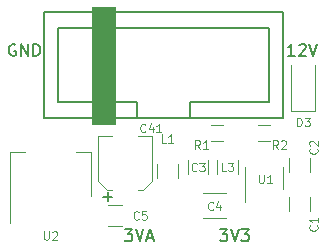
<source format=gbr>
G04 #@! TF.GenerationSoftware,KiCad,Pcbnew,(5.1.5)-3*
G04 #@! TF.CreationDate,2020-11-28T16:28:13+00:00*
G04 #@! TF.ProjectId,Retrospector_Power_Test_TPS561201,52657472-6f73-4706-9563-746f725f506f,rev?*
G04 #@! TF.SameCoordinates,Original*
G04 #@! TF.FileFunction,Legend,Top*
G04 #@! TF.FilePolarity,Positive*
%FSLAX46Y46*%
G04 Gerber Fmt 4.6, Leading zero omitted, Abs format (unit mm)*
G04 Created by KiCad (PCBNEW (5.1.5)-3) date 2020-11-28 16:28:13*
%MOMM*%
%LPD*%
G04 APERTURE LIST*
%ADD10C,0.150000*%
%ADD11C,0.120000*%
%ADD12C,0.100000*%
G04 APERTURE END LIST*
D10*
X95309523Y-68652380D02*
X95928571Y-68652380D01*
X95595238Y-69033333D01*
X95738095Y-69033333D01*
X95833333Y-69080952D01*
X95880952Y-69128571D01*
X95928571Y-69223809D01*
X95928571Y-69461904D01*
X95880952Y-69557142D01*
X95833333Y-69604761D01*
X95738095Y-69652380D01*
X95452380Y-69652380D01*
X95357142Y-69604761D01*
X95309523Y-69557142D01*
X96214285Y-68652380D02*
X96547619Y-69652380D01*
X96880952Y-68652380D01*
X97166666Y-69366666D02*
X97642857Y-69366666D01*
X97071428Y-69652380D02*
X97404761Y-68652380D01*
X97738095Y-69652380D01*
X103361904Y-68652380D02*
X103980952Y-68652380D01*
X103647619Y-69033333D01*
X103790476Y-69033333D01*
X103885714Y-69080952D01*
X103933333Y-69128571D01*
X103980952Y-69223809D01*
X103980952Y-69461904D01*
X103933333Y-69557142D01*
X103885714Y-69604761D01*
X103790476Y-69652380D01*
X103504761Y-69652380D01*
X103409523Y-69604761D01*
X103361904Y-69557142D01*
X104266666Y-68652380D02*
X104600000Y-69652380D01*
X104933333Y-68652380D01*
X105171428Y-68652380D02*
X105790476Y-68652380D01*
X105457142Y-69033333D01*
X105600000Y-69033333D01*
X105695238Y-69080952D01*
X105742857Y-69128571D01*
X105790476Y-69223809D01*
X105790476Y-69461904D01*
X105742857Y-69557142D01*
X105695238Y-69604761D01*
X105600000Y-69652380D01*
X105314285Y-69652380D01*
X105219047Y-69604761D01*
X105171428Y-69557142D01*
X109680952Y-53952380D02*
X109109523Y-53952380D01*
X109395238Y-53952380D02*
X109395238Y-52952380D01*
X109300000Y-53095238D01*
X109204761Y-53190476D01*
X109109523Y-53238095D01*
X110061904Y-53047619D02*
X110109523Y-53000000D01*
X110204761Y-52952380D01*
X110442857Y-52952380D01*
X110538095Y-53000000D01*
X110585714Y-53047619D01*
X110633333Y-53142857D01*
X110633333Y-53238095D01*
X110585714Y-53380952D01*
X110014285Y-53952380D01*
X110633333Y-53952380D01*
X110919047Y-52952380D02*
X111252380Y-53952380D01*
X111585714Y-52952380D01*
X86038095Y-53000000D02*
X85942857Y-52952380D01*
X85800000Y-52952380D01*
X85657142Y-53000000D01*
X85561904Y-53095238D01*
X85514285Y-53190476D01*
X85466666Y-53380952D01*
X85466666Y-53523809D01*
X85514285Y-53714285D01*
X85561904Y-53809523D01*
X85657142Y-53904761D01*
X85800000Y-53952380D01*
X85895238Y-53952380D01*
X86038095Y-53904761D01*
X86085714Y-53857142D01*
X86085714Y-53523809D01*
X85895238Y-53523809D01*
X86514285Y-53952380D02*
X86514285Y-52952380D01*
X87085714Y-53952380D01*
X87085714Y-52952380D01*
X87561904Y-53952380D02*
X87561904Y-52952380D01*
X87800000Y-52952380D01*
X87942857Y-53000000D01*
X88038095Y-53095238D01*
X88085714Y-53190476D01*
X88133333Y-53380952D01*
X88133333Y-53523809D01*
X88085714Y-53714285D01*
X88038095Y-53809523D01*
X87942857Y-53904761D01*
X87800000Y-53952380D01*
X87561904Y-53952380D01*
D11*
X95100000Y-68380000D02*
X93900000Y-68380000D01*
X93900000Y-66620000D02*
X95100000Y-66620000D01*
X108710000Y-65200000D02*
X108710000Y-63400000D01*
X105490000Y-63400000D02*
X105490000Y-66350000D01*
X100620000Y-64000000D02*
X100620000Y-62800000D01*
X102380000Y-62800000D02*
X102380000Y-64000000D01*
X103900000Y-67670000D02*
X101900000Y-67670000D01*
X101900000Y-65530000D02*
X103900000Y-65530000D01*
X104880000Y-62800000D02*
X104880000Y-64000000D01*
X103120000Y-64000000D02*
X103120000Y-62800000D01*
X110980000Y-62600000D02*
X110980000Y-63800000D01*
X109220000Y-63800000D02*
X109220000Y-62600000D01*
X109220000Y-67100000D02*
X109220000Y-65900000D01*
X110980000Y-65900000D02*
X110980000Y-67100000D01*
D12*
G36*
X92500000Y-49800000D02*
G01*
X94500000Y-49800000D01*
X94500000Y-59700000D01*
X92500000Y-59700000D01*
X92500000Y-49800000D01*
G37*
X92500000Y-49800000D02*
X94500000Y-49800000D01*
X94500000Y-59700000D01*
X92500000Y-59700000D01*
X92500000Y-49800000D01*
D10*
X100805000Y-57900000D02*
X100805000Y-59200000D01*
X107530000Y-57900000D02*
X100805000Y-57900000D01*
X107530000Y-51560000D02*
X107530000Y-57900000D01*
X89630000Y-51560000D02*
X107530000Y-51560000D01*
X89630000Y-57900000D02*
X89630000Y-51560000D01*
X96355000Y-57900000D02*
X89630000Y-57900000D01*
X96355000Y-59200000D02*
X96355000Y-57900000D01*
X108730000Y-59200000D02*
X88430000Y-59200000D01*
X108730000Y-50260000D02*
X108730000Y-59200000D01*
X88430000Y-50260000D02*
X108730000Y-50260000D01*
X88430000Y-59200000D02*
X88430000Y-50260000D01*
D11*
X92410000Y-62090000D02*
X91150000Y-62090000D01*
X85590000Y-62090000D02*
X86850000Y-62090000D01*
X92410000Y-65850000D02*
X92410000Y-62090000D01*
X85590000Y-68100000D02*
X85590000Y-62090000D01*
X107600000Y-61180000D02*
X106600000Y-61180000D01*
X106600000Y-59820000D02*
X107600000Y-59820000D01*
X103600000Y-61180000D02*
X102600000Y-61180000D01*
X102600000Y-59820000D02*
X103600000Y-59820000D01*
X99780000Y-63100000D02*
X99780000Y-64300000D01*
X98020000Y-64300000D02*
X98020000Y-63100000D01*
X109400000Y-58650000D02*
X111400000Y-58650000D01*
X111400000Y-58650000D02*
X111400000Y-54750000D01*
X109400000Y-58650000D02*
X109400000Y-54750000D01*
X96820000Y-65290000D02*
X96420000Y-65290000D01*
X97590000Y-60710000D02*
X96420000Y-60710000D01*
X93010000Y-60710000D02*
X94180000Y-60710000D01*
X93780000Y-65290000D02*
X94180000Y-65290000D01*
X97590000Y-64520000D02*
X97590000Y-60710000D01*
X97590000Y-64520000D02*
X96820000Y-65290000D01*
X93010000Y-64520000D02*
X93010000Y-60710000D01*
X93010000Y-64520000D02*
X93780000Y-65290000D01*
D12*
X96483333Y-67750000D02*
X96450000Y-67783333D01*
X96350000Y-67816666D01*
X96283333Y-67816666D01*
X96183333Y-67783333D01*
X96116666Y-67716666D01*
X96083333Y-67650000D01*
X96050000Y-67516666D01*
X96050000Y-67416666D01*
X96083333Y-67283333D01*
X96116666Y-67216666D01*
X96183333Y-67150000D01*
X96283333Y-67116666D01*
X96350000Y-67116666D01*
X96450000Y-67150000D01*
X96483333Y-67183333D01*
X97116666Y-67116666D02*
X96783333Y-67116666D01*
X96750000Y-67450000D01*
X96783333Y-67416666D01*
X96850000Y-67383333D01*
X97016666Y-67383333D01*
X97083333Y-67416666D01*
X97116666Y-67450000D01*
X97150000Y-67516666D01*
X97150000Y-67683333D01*
X97116666Y-67750000D01*
X97083333Y-67783333D01*
X97016666Y-67816666D01*
X96850000Y-67816666D01*
X96783333Y-67783333D01*
X96750000Y-67750000D01*
X106666666Y-64016666D02*
X106666666Y-64583333D01*
X106700000Y-64650000D01*
X106733333Y-64683333D01*
X106800000Y-64716666D01*
X106933333Y-64716666D01*
X107000000Y-64683333D01*
X107033333Y-64650000D01*
X107066666Y-64583333D01*
X107066666Y-64016666D01*
X107766666Y-64716666D02*
X107366666Y-64716666D01*
X107566666Y-64716666D02*
X107566666Y-64016666D01*
X107500000Y-64116666D01*
X107433333Y-64183333D01*
X107366666Y-64216666D01*
X103883333Y-63716666D02*
X103550000Y-63716666D01*
X103550000Y-63016666D01*
X104050000Y-63016666D02*
X104483333Y-63016666D01*
X104250000Y-63283333D01*
X104350000Y-63283333D01*
X104416666Y-63316666D01*
X104450000Y-63350000D01*
X104483333Y-63416666D01*
X104483333Y-63583333D01*
X104450000Y-63650000D01*
X104416666Y-63683333D01*
X104350000Y-63716666D01*
X104150000Y-63716666D01*
X104083333Y-63683333D01*
X104050000Y-63650000D01*
X102783333Y-66950000D02*
X102750000Y-66983333D01*
X102650000Y-67016666D01*
X102583333Y-67016666D01*
X102483333Y-66983333D01*
X102416666Y-66916666D01*
X102383333Y-66850000D01*
X102350000Y-66716666D01*
X102350000Y-66616666D01*
X102383333Y-66483333D01*
X102416666Y-66416666D01*
X102483333Y-66350000D01*
X102583333Y-66316666D01*
X102650000Y-66316666D01*
X102750000Y-66350000D01*
X102783333Y-66383333D01*
X103383333Y-66550000D02*
X103383333Y-67016666D01*
X103216666Y-66283333D02*
X103050000Y-66783333D01*
X103483333Y-66783333D01*
X101383333Y-63650000D02*
X101350000Y-63683333D01*
X101250000Y-63716666D01*
X101183333Y-63716666D01*
X101083333Y-63683333D01*
X101016666Y-63616666D01*
X100983333Y-63550000D01*
X100950000Y-63416666D01*
X100950000Y-63316666D01*
X100983333Y-63183333D01*
X101016666Y-63116666D01*
X101083333Y-63050000D01*
X101183333Y-63016666D01*
X101250000Y-63016666D01*
X101350000Y-63050000D01*
X101383333Y-63083333D01*
X101616666Y-63016666D02*
X102050000Y-63016666D01*
X101816666Y-63283333D01*
X101916666Y-63283333D01*
X101983333Y-63316666D01*
X102016666Y-63350000D01*
X102050000Y-63416666D01*
X102050000Y-63583333D01*
X102016666Y-63650000D01*
X101983333Y-63683333D01*
X101916666Y-63716666D01*
X101716666Y-63716666D01*
X101650000Y-63683333D01*
X101616666Y-63650000D01*
X111550000Y-61816666D02*
X111583333Y-61850000D01*
X111616666Y-61950000D01*
X111616666Y-62016666D01*
X111583333Y-62116666D01*
X111516666Y-62183333D01*
X111450000Y-62216666D01*
X111316666Y-62250000D01*
X111216666Y-62250000D01*
X111083333Y-62216666D01*
X111016666Y-62183333D01*
X110950000Y-62116666D01*
X110916666Y-62016666D01*
X110916666Y-61950000D01*
X110950000Y-61850000D01*
X110983333Y-61816666D01*
X110983333Y-61550000D02*
X110950000Y-61516666D01*
X110916666Y-61450000D01*
X110916666Y-61283333D01*
X110950000Y-61216666D01*
X110983333Y-61183333D01*
X111050000Y-61150000D01*
X111116666Y-61150000D01*
X111216666Y-61183333D01*
X111616666Y-61583333D01*
X111616666Y-61150000D01*
X111550000Y-68316666D02*
X111583333Y-68350000D01*
X111616666Y-68450000D01*
X111616666Y-68516666D01*
X111583333Y-68616666D01*
X111516666Y-68683333D01*
X111450000Y-68716666D01*
X111316666Y-68750000D01*
X111216666Y-68750000D01*
X111083333Y-68716666D01*
X111016666Y-68683333D01*
X110950000Y-68616666D01*
X110916666Y-68516666D01*
X110916666Y-68450000D01*
X110950000Y-68350000D01*
X110983333Y-68316666D01*
X111616666Y-67650000D02*
X111616666Y-68050000D01*
X111616666Y-67850000D02*
X110916666Y-67850000D01*
X111016666Y-67916666D01*
X111083333Y-67983333D01*
X111116666Y-68050000D01*
X88466666Y-68816666D02*
X88466666Y-69383333D01*
X88500000Y-69450000D01*
X88533333Y-69483333D01*
X88600000Y-69516666D01*
X88733333Y-69516666D01*
X88800000Y-69483333D01*
X88833333Y-69450000D01*
X88866666Y-69383333D01*
X88866666Y-68816666D01*
X89166666Y-68883333D02*
X89200000Y-68850000D01*
X89266666Y-68816666D01*
X89433333Y-68816666D01*
X89500000Y-68850000D01*
X89533333Y-68883333D01*
X89566666Y-68950000D01*
X89566666Y-69016666D01*
X89533333Y-69116666D01*
X89133333Y-69516666D01*
X89566666Y-69516666D01*
X108283333Y-61816666D02*
X108050000Y-61483333D01*
X107883333Y-61816666D02*
X107883333Y-61116666D01*
X108150000Y-61116666D01*
X108216666Y-61150000D01*
X108250000Y-61183333D01*
X108283333Y-61250000D01*
X108283333Y-61350000D01*
X108250000Y-61416666D01*
X108216666Y-61450000D01*
X108150000Y-61483333D01*
X107883333Y-61483333D01*
X108550000Y-61183333D02*
X108583333Y-61150000D01*
X108650000Y-61116666D01*
X108816666Y-61116666D01*
X108883333Y-61150000D01*
X108916666Y-61183333D01*
X108950000Y-61250000D01*
X108950000Y-61316666D01*
X108916666Y-61416666D01*
X108516666Y-61816666D01*
X108950000Y-61816666D01*
X101683333Y-61816666D02*
X101450000Y-61483333D01*
X101283333Y-61816666D02*
X101283333Y-61116666D01*
X101550000Y-61116666D01*
X101616666Y-61150000D01*
X101650000Y-61183333D01*
X101683333Y-61250000D01*
X101683333Y-61350000D01*
X101650000Y-61416666D01*
X101616666Y-61450000D01*
X101550000Y-61483333D01*
X101283333Y-61483333D01*
X102350000Y-61816666D02*
X101950000Y-61816666D01*
X102150000Y-61816666D02*
X102150000Y-61116666D01*
X102083333Y-61216666D01*
X102016666Y-61283333D01*
X101950000Y-61316666D01*
X98783333Y-61316666D02*
X98450000Y-61316666D01*
X98450000Y-60616666D01*
X99383333Y-61316666D02*
X98983333Y-61316666D01*
X99183333Y-61316666D02*
X99183333Y-60616666D01*
X99116666Y-60716666D01*
X99050000Y-60783333D01*
X98983333Y-60816666D01*
X109883333Y-59916666D02*
X109883333Y-59216666D01*
X110050000Y-59216666D01*
X110150000Y-59250000D01*
X110216666Y-59316666D01*
X110250000Y-59383333D01*
X110283333Y-59516666D01*
X110283333Y-59616666D01*
X110250000Y-59750000D01*
X110216666Y-59816666D01*
X110150000Y-59883333D01*
X110050000Y-59916666D01*
X109883333Y-59916666D01*
X110516666Y-59216666D02*
X110950000Y-59216666D01*
X110716666Y-59483333D01*
X110816666Y-59483333D01*
X110883333Y-59516666D01*
X110916666Y-59550000D01*
X110950000Y-59616666D01*
X110950000Y-59783333D01*
X110916666Y-59850000D01*
X110883333Y-59883333D01*
X110816666Y-59916666D01*
X110616666Y-59916666D01*
X110550000Y-59883333D01*
X110516666Y-59850000D01*
X97050000Y-60350000D02*
X97016666Y-60383333D01*
X96916666Y-60416666D01*
X96850000Y-60416666D01*
X96750000Y-60383333D01*
X96683333Y-60316666D01*
X96650000Y-60250000D01*
X96616666Y-60116666D01*
X96616666Y-60016666D01*
X96650000Y-59883333D01*
X96683333Y-59816666D01*
X96750000Y-59750000D01*
X96850000Y-59716666D01*
X96916666Y-59716666D01*
X97016666Y-59750000D01*
X97050000Y-59783333D01*
X97650000Y-59950000D02*
X97650000Y-60416666D01*
X97483333Y-59683333D02*
X97316666Y-60183333D01*
X97750000Y-60183333D01*
X98383333Y-60416666D02*
X97983333Y-60416666D01*
X98183333Y-60416666D02*
X98183333Y-59716666D01*
X98116666Y-59816666D01*
X98050000Y-59883333D01*
X97983333Y-59916666D01*
D10*
X93871428Y-66280952D02*
X93871428Y-65519047D01*
X94252380Y-65900000D02*
X93490476Y-65900000D01*
M02*

</source>
